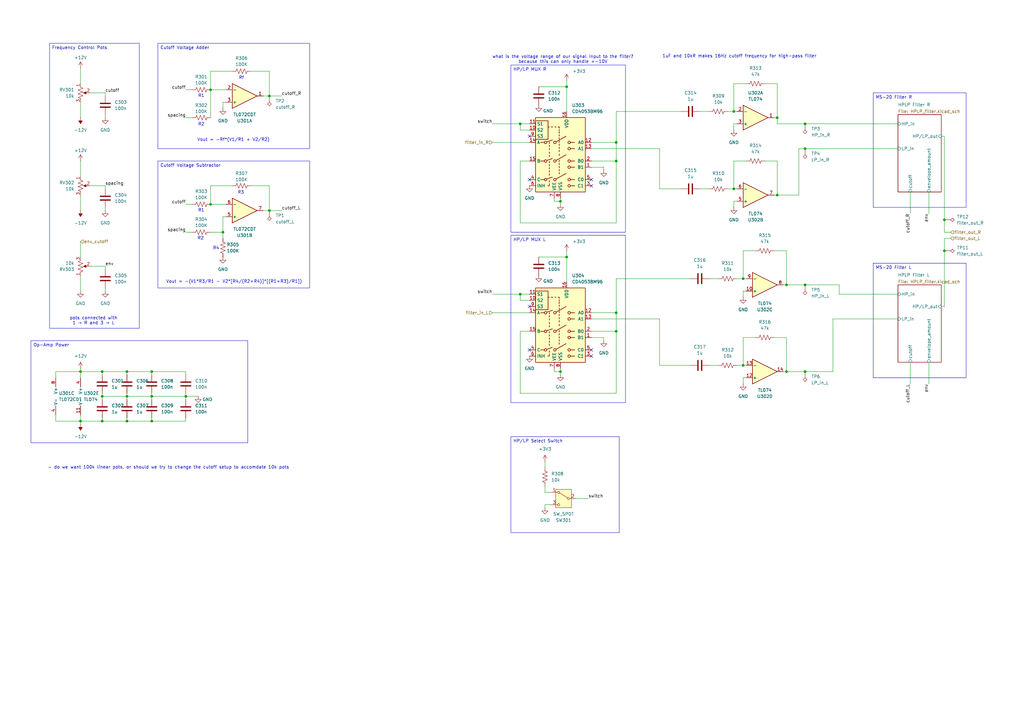
<source format=kicad_sch>
(kicad_sch (version 20250114) (generator "eeschema") (generator_version "9.0")
  (paper "A3")
  (lib_symbols
    (symbol "Amplifier_Operational:TL072" (pin_names (offset 0.127))
      (property "Reference" "U" (at 0 5.08 0))
      (property "Value" "TL072" (at 0 -5.08 0))
      (symbol "TL072_1_1"
        (pin input line (at -7.62 2.54 0) (length 2.54) (name "+") (number "3"))
        (pin input line (at -7.62 -2.54 0) (length 2.54) (name "-") (number "2"))
        (pin output line (at 7.62 0 180) (length 2.54) (name "~") (number "1"))
      )
      (symbol "TL072_2_1"
        (pin input line (at -7.62 2.54 0) (length 2.54) (name "+") (number "5"))
        (pin input line (at -7.62 -2.54 0) (length 2.54) (name "-") (number "6"))
        (pin output line (at 7.62 0 180) (length 2.54) (name "~") (number "7"))
      )
      (symbol "TL072_3_1"
        (pin power_in line (at -2.54 7.62 270) (length 3.81) (name "V+") (number "8"))
        (pin power_in line (at -2.54 -7.62 90) (length 3.81) (name "V-") (number "4"))
      )
    )
    (symbol "Amplifier_Operational:TL074" (pin_names (offset 0.127))
      (property "Reference" "U" (at 0 5.08 0))
      (property "Value" "TL074" (at 0 -5.08 0))
      (symbol "TL074_1_1"
        (pin input line (at -7.62 2.54 0) (length 2.54) (name "+") (number "3"))
        (pin input line (at -7.62 -2.54 0) (length 2.54) (name "-") (number "2"))
        (pin output line (at 7.62 0 180) (length 2.54) (name "~") (number "1"))
      )
      (symbol "TL074_2_1"
        (pin input line (at -7.62 2.54 0) (length 2.54) (name "+") (number "5"))
        (pin input line (at -7.62 -2.54 0) (length 2.54) (name "-") (number "6"))
        (pin output line (at 7.62 0 180) (length 2.54) (name "~") (number "7"))
      )
      (symbol "TL074_3_1"
        (pin input line (at -7.62 2.54 0) (length 2.54) (name "+") (number "10"))
        (pin input line (at -7.62 -2.54 0) (length 2.54) (name "-") (number "9"))
        (pin output line (at 7.62 0 180) (length 2.54) (name "~") (number "8"))
      )
      (symbol "TL074_4_1"
        (pin input line (at -7.62 2.54 0) (length 2.54) (name "+") (number "12"))
        (pin input line (at -7.62 -2.54 0) (length 2.54) (name "-") (number "13"))
        (pin output line (at 7.62 0 180) (length 2.54) (name "~") (number "14"))
      )
      (symbol "TL074_5_1"
        (pin power_in line (at -2.54 7.62 270) (length 3.81) (name "V+") (number "4"))
        (pin power_in line (at -2.54 -7.62 90) (length 3.81) (name "V-") (number "11"))
      )
    )
    (symbol "Analog_Switch:CD4053B"
      (property "Reference" "U" (at -10.16 16.51 0))
      (property "Value" "CD4053B" (at 3.81 16.51 0))
      (symbol "CD4053B_1_1"
        (pin input line (at -12.7 12.7 0) (length 2.54) (name "S1") (number "11"))
        (pin input line (at -12.7 10.16 0) (length 2.54) (name "S2") (number "10"))
        (pin input line (at -12.7 7.62 0) (length 2.54) (name "S3") (number "9"))
        (pin bidirectional line (at -12.7 5.08 0) (length 2.54) (name "A") (number "14"))
        (pin bidirectional line (at -12.7 -2.54 0) (length 2.54) (name "B") (number "15"))
        (pin bidirectional line (at -12.7 -10.16 0) (length 2.54) (name "C") (number "4"))
        (pin input line (at -12.7 -12.7 0) (length 2.54) (name "INH") (number "6"))
        (pin power_in line (at -2.54 -17.78 90) (length 2.54) (name "VEE") (number "7"))
        (pin power_in line (at 0 -17.78 90) (length 2.54) (name "VSS") (number "8"))
        (pin power_in line (at 2.54 17.78 270) (length 2.54) (name "VDD") (number "16"))
        (pin bidirectional line (at 12.7 5.08 180) (length 2.54) (name "A0") (number "12"))
        (pin bidirectional line (at 12.7 2.54 180) (length 2.54) (name "A1") (number "13"))
        (pin bidirectional line (at 12.7 -2.54 180) (length 2.54) (name "B0") (number "2"))
        (pin bidirectional line (at 12.7 -5.08 180) (length 2.54) (name "B1") (number "1"))
        (pin bidirectional line (at 12.7 -10.16 180) (length 2.54) (name "C0") (number "5"))
        (pin bidirectional line (at 12.7 -12.7 180) (length 2.54) (name "C1") (number "3"))
      )
    )
    (symbol "Connector:TestPoint_Alt" (pin_numbers (hide yes)) (pin_names (offset 0.762) (hide yes))
      (property "Reference" "TP" (at 0 6.858 0))
      (property "Value" "TestPoint_Alt" (at 0 5.08 0))
      (symbol "TestPoint_Alt_1_1"
        (pin passive line (at 0 0 90) (length 2.54) (name "1") (number "1"))
      )
    )
    (symbol "Device:C" (pin_numbers (hide yes)) (pin_names (offset 0.254))
      (property "Reference" "C" (at 0.635 2.54 0))
      (property "Value" "C" (at 0.635 -2.54 0))
      (symbol "C_1_1"
        (pin passive line (at 0 3.81 270) (length 2.794) (name "~") (number "1"))
        (pin passive line (at 0 -3.81 90) (length 2.794) (name "~") (number "2"))
      )
    )
    (symbol "Device:R_Potentiometer_US" (pin_names (offset 1.016) (hide yes))
      (property "Reference" "RV" (at -4.445 0 90))
      (property "Value" "R_Potentiometer_US" (at -2.54 0 90))
      (symbol "R_Potentiometer_US_1_1"
        (pin passive line (at 0 3.81 270) (length 1.27) (name "1") (number "1"))
        (pin passive line (at 0 -3.81 90) (length 1.27) (name "3") (number "3"))
        (pin passive line (at 3.81 0 180) (length 1.27) (name "2") (number "2"))
      )
    )
    (symbol "Device:R_US" (pin_numbers (hide yes)) (pin_names (offset 0))
      (property "Reference" "R" (at 2.54 0 90))
      (property "Value" "R_US" (at -2.54 0 90))
      (symbol "R_US_1_1"
        (pin passive line (at 0 3.81 270) (length 1.27) (name "~") (number "1"))
        (pin passive line (at 0 -3.81 90) (length 1.27) (name "~") (number "2"))
      )
    )
    (symbol "Switch:SW_SPDT" (pin_names (offset 0) (hide yes))
      (property "Reference" "SW" (at 0 5.08 0))
      (property "Value" "SW_SPDT" (at 0 -5.08 0))
      (symbol "SW_SPDT_1_1"
        (pin passive line (at -5.08 0 0) (length 2.54) (name "B") (number "2"))
        (pin passive line (at 5.08 2.54 180) (length 2.54) (name "A") (number "1"))
        (pin passive line (at 5.08 -2.54 180) (length 2.54) (name "C") (number "3"))
      )
    )
    (symbol "power:+12V" (power) (pin_numbers (hide yes)) (pin_names (offset 0) (hide yes))
      (property "Value" "+12V" (at 0 3.556 0))
      (symbol "+12V_1_1"
        (pin power_in line (at 0 0 90) (length 0) (name "~") (number "1"))
      )
    )
    (symbol "power:+3V3" (power) (pin_numbers (hide yes)) (pin_names (offset 0) (hide yes))
      (property "Value" "+3V3" (at 0 3.556 0))
      (symbol "+3V3_1_1"
        (pin power_in line (at 0 0 90) (length 0) (name "~") (number "1"))
      )
    )
    (symbol "power:-12V" (power) (pin_numbers (hide yes)) (pin_names (offset 0) (hide yes))
      (property "Value" "-12V" (at 0 3.556 0))
      (symbol "-12V_0_0"
        (pin power_in line (at 0 0 90) (length 0) (name "~") (number "1"))
      )
    )
    (symbol "power:GND" (power) (pin_numbers (hide yes)) (pin_names (offset 0) (hide yes))
      (property "Value" "GND" (at 0 -3.81 0))
      (symbol "GND_1_1"
        (pin power_in line (at 0 0 270) (length 0) (name "~") (number "1"))
      )
    )
  )
  (text "R1" (at 82.55 39.37 0) (effects (font (size 1.27 1.27))))
  (text "Vout = -Rf*(V1/R1 + V2/R2)" (at 95.758 57.404 0) (effects (font (size 1.27 1.27))))
  (text "what is the voltage range of our signal input to the filter?\nbecause this can only handle +-10V" (at 230.886 24.384 0) (effects (font (size 1.27 1.27))))
  (text "R1" (at 82.55 86.36 0) (effects (font (size 1.27 1.27))))
  (text "Rf" (at 99.06 32.004 0) (effects (font (size 1.27 1.27))))
  (text "R2" (at 82.55 51.054 0) (effects (font (size 1.27 1.27))))
  (text "1uF and 10kR makes 16Hz cutoff frequency for high-pass filter" (at 303.276 23.114 0) (effects (font (size 1.27 1.27))))
  (text "- do we want 100k linear pots, or should we try to change the cutoff setup to accomdate 10k pots" (at 19.558 191.77 0) (effects (font (size 1.27 1.27)) (justify left)))
  (text "R3" (at 98.806 78.994 0) (effects (font (size 1.27 1.27))))
  (text "R4" (at 88.646 101.854 0) (effects (font (size 1.27 1.27))))
  (text "R2" (at 82.296 97.79 0) (effects (font (size 1.27 1.27))))
  (text "Vout = -(V1*R3/R1 - V2*[R4/(R2+R4)]*[(R1+R3)/R1])" (at 96.012 115.57 0) (effects (font (size 1.27 1.27))))
  (text "pots connected with\n1 → R and 3 → L" (at 38.354 131.572 0) (effects (font (size 1.27 1.27))))
  (text_box "HP/LP MUX L" (at 209.55 96.52 0) (size 46.99 68.58) (margins 0.9525 0.9525 0.9525 0.9525) (effects (font (size 1.27 1.27)) (justify left top)))
  (text_box "MS-20 Filter R" (at 358.14 38.1 0) (size 38.1 46.99) (margins 0.9525 0.9525 0.9525 0.9525) (effects (font (size 1.27 1.27)) (justify left top)))
  (text_box "HP/LP MUX R" (at 209.55 26.67 0) (size 46.99 68.58) (margins 0.9525 0.9525 0.9525 0.9525) (effects (font (size 1.27 1.27)) (justify left top)))
  (text_box "Cutoff Voltage Subtractor" (at 64.77 66.04 0) (size 62.23 52.07) (margins 0.9525 0.9525 0.9525 0.9525) (effects (font (size 1.27 1.27)) (justify left top)))
  (text_box "Frequency Control Pots" (at 20.32 17.78 0) (size 36.83 116.84) (margins 0.9525 0.9525 0.9525 0.9525) (effects (font (size 1.27 1.27)) (justify left top)))
  (text_box "HP/LP Select Switch" (at 209.55 179.07 0) (size 44.45 39.37) (margins 0.9525 0.9525 0.9525 0.9525) (effects (font (size 1.27 1.27)) (justify left top)))
  (text_box "MS-20 Filter L" (at 358.14 107.95 0) (size 38.1 46.99) (margins 0.9525 0.9525 0.9525 0.9525) (effects (font (size 1.27 1.27)) (justify left top)))
  (text_box "Cutoff Voltage Adder" (at 64.77 17.78 0) (size 62.23 43.18) (margins 0.9525 0.9525 0.9525 0.9525) (effects (font (size 1.27 1.27)) (justify left top)))
  (text_box "Op-Amp Power" (at 12.7 139.7 0) (size 88.9 41.91) (margins 0.9525 0.9525 0.9525 0.9525) (effects (font (size 1.27 1.27)) (justify left top)))
  (junction (at 330.2 152.4))
  (junction (at 110.49 86.36))
  (junction (at 387.35 102.87))
  (junction (at 86.36 36.83))
  (junction (at 330.2 116.84))
  (junction (at 213.36 120.65))
  (junction (at 232.41 35.56))
  (junction (at 62.23 172.72))
  (junction (at 300.99 77.47))
  (junction (at 304.8 149.86))
  (junction (at 41.91 172.72))
  (junction (at 62.23 162.56))
  (junction (at 41.91 152.4))
  (junction (at 322.58 152.4))
  (junction (at 330.2 50.8))
  (junction (at 252.73 66.04))
  (junction (at 86.36 83.82))
  (junction (at 91.44 95.25))
  (junction (at 110.49 39.37))
  (junction (at 33.02 172.72))
  (junction (at 52.07 162.56))
  (junction (at 252.73 58.42))
  (junction (at 252.73 128.27))
  (junction (at 318.77 80.01))
  (junction (at 76.2 162.56))
  (junction (at 252.73 135.89))
  (junction (at 330.2 60.96))
  (junction (at 387.35 90.17))
  (junction (at 229.87 82.55))
  (junction (at 33.02 152.4))
  (junction (at 300.99 45.72))
  (junction (at 304.8 114.3))
  (junction (at 52.07 172.72))
  (junction (at 229.87 152.4))
  (junction (at 232.41 105.41))
  (junction (at 41.91 162.56))
  (junction (at 318.77 48.26))
  (junction (at 213.36 50.8))
  (junction (at 62.23 152.4))
  (junction (at 52.07 152.4))
  (junction (at 322.58 116.84))
  (no_connect (at 217.17 125.73))
  (no_connect (at 242.57 143.51))
  (no_connect (at 217.17 73.66))
  (no_connect (at 217.17 143.51))
  (no_connect (at 242.57 73.66))
  (no_connect (at 217.17 55.88))
  (no_connect (at 242.57 76.2))
  (no_connect (at 242.57 146.05))
  (wire (pts (xy 223.52 199.39) (xy 223.52 201.93)))
  (wire (pts (xy 223.52 208.28) (xy 223.52 207.01)))
  (wire (pts (xy 322.58 138.43) (xy 322.58 152.4)))
  (wire (pts (xy 62.23 162.56) (xy 62.23 163.83)))
  (wire (pts (xy 33.02 27.94) (xy 33.02 34.29)))
  (wire (pts (xy 91.44 88.9) (xy 91.44 95.25)))
  (wire (pts (xy 76.2 152.4) (xy 62.23 152.4)))
  (wire (pts (xy 41.91 152.4) (xy 52.07 152.4)))
  (wire (pts (xy 247.65 138.43) (xy 242.57 138.43)))
  (wire (pts (xy 43.18 38.1) (xy 36.83 38.1)))
  (wire (pts (xy 201.93 58.42) (xy 217.17 58.42)))
  (wire (pts (xy 317.5 48.26) (xy 318.77 48.26)))
  (wire (pts (xy 322.58 116.84) (xy 330.2 116.84)))
  (wire (pts (xy 322.58 152.4) (xy 330.2 152.4)))
  (wire (pts (xy 86.36 29.21) (xy 86.36 36.83)))
  (wire (pts (xy 102.87 29.21) (xy 110.49 29.21)))
  (wire (pts (xy 62.23 153.67) (xy 62.23 152.4)))
  (wire (pts (xy 252.73 128.27) (xy 252.73 135.89)))
  (wire (pts (xy 387.35 95.25) (xy 389.89 95.25)))
  (wire (pts (xy 300.99 82.55) (xy 300.99 85.09)))
  (wire (pts (xy 252.73 45.72) (xy 279.4 45.72)))
  (wire (pts (xy 252.73 45.72) (xy 252.73 58.42)))
  (wire (pts (xy 227.33 82.55) (xy 229.87 82.55)))
  (wire (pts (xy 327.66 60.96) (xy 330.2 60.96)))
  (wire (pts (xy 213.36 135.89) (xy 213.36 161.29)))
  (wire (pts (xy 252.73 114.3) (xy 283.21 114.3)))
  (wire (pts (xy 322.58 102.87) (xy 322.58 116.84)))
  (wire (pts (xy 43.18 119.38) (xy 43.18 118.11)))
  (wire (pts (xy 41.91 162.56) (xy 52.07 162.56)))
  (wire (pts (xy 229.87 82.55) (xy 229.87 83.82)))
  (wire (pts (xy 373.38 148.59) (xy 373.38 157.48)))
  (wire (pts (xy 43.18 76.2) (xy 43.18 77.47)))
  (wire (pts (xy 304.8 114.3) (xy 306.07 114.3)))
  (wire (pts (xy 43.18 109.22) (xy 36.83 109.22)))
  (wire (pts (xy 304.8 102.87) (xy 309.88 102.87)))
  (wire (pts (xy 302.26 149.86) (xy 304.8 149.86)))
  (wire (pts (xy 217.17 66.04) (xy 213.36 66.04)))
  (wire (pts (xy 86.36 36.83) (xy 86.36 48.26)))
  (wire (pts (xy 201.93 128.27) (xy 217.17 128.27)))
  (wire (pts (xy 304.8 149.86) (xy 304.8 138.43)))
  (wire (pts (xy 76.2 172.72) (xy 76.2 171.45)))
  (wire (pts (xy 110.49 39.37) (xy 107.95 39.37)))
  (wire (pts (xy 41.91 153.67) (xy 41.91 152.4)))
  (wire (pts (xy 95.25 76.2) (xy 86.36 76.2)))
  (wire (pts (xy 41.91 162.56) (xy 41.91 163.83)))
  (wire (pts (xy 76.2 153.67) (xy 76.2 152.4)))
  (wire (pts (xy 313.69 66.04) (xy 318.77 66.04)))
  (wire (pts (xy 62.23 162.56) (xy 76.2 162.56)))
  (wire (pts (xy 22.86 170.18) (xy 22.86 172.72)))
  (wire (pts (xy 387.35 125.73) (xy 386.08 125.73)))
  (wire (pts (xy 330.2 152.4) (xy 341.63 152.4)))
  (wire (pts (xy 86.36 95.25) (xy 91.44 95.25)))
  (wire (pts (xy 217.17 53.34) (xy 213.36 53.34)))
  (wire (pts (xy 313.69 34.29) (xy 318.77 34.29)))
  (wire (pts (xy 318.77 80.01) (xy 327.66 80.01)))
  (wire (pts (xy 33.02 151.13) (xy 33.02 152.4)))
  (wire (pts (xy 76.2 48.26) (xy 78.74 48.26)))
  (wire (pts (xy 223.52 207.01) (xy 226.06 207.01)))
  (wire (pts (xy 201.93 120.65) (xy 213.36 120.65)))
  (wire (pts (xy 300.99 77.47) (xy 300.99 66.04)))
  (wire (pts (xy 76.2 162.56) (xy 81.28 162.56)))
  (wire (pts (xy 373.38 78.74) (xy 373.38 87.63)))
  (wire (pts (xy 252.73 58.42) (xy 252.73 66.04)))
  (wire (pts (xy 52.07 152.4) (xy 62.23 152.4)))
  (wire (pts (xy 270.51 130.81) (xy 270.51 149.86)))
  (wire (pts (xy 213.36 50.8) (xy 217.17 50.8)))
  (wire (pts (xy 252.73 91.44) (xy 252.73 66.04)))
  (wire (pts (xy 43.18 76.2) (xy 36.83 76.2)))
  (wire (pts (xy 33.02 66.04) (xy 33.02 72.39)))
  (wire (pts (xy 247.65 139.7) (xy 247.65 138.43)))
  (wire (pts (xy 223.52 201.93) (xy 226.06 201.93)))
  (wire (pts (xy 86.36 36.83) (xy 92.71 36.83)))
  (wire (pts (xy 86.36 76.2) (xy 86.36 83.82)))
  (wire (pts (xy 22.86 152.4) (xy 33.02 152.4)))
  (wire (pts (xy 213.36 66.04) (xy 213.36 91.44)))
  (wire (pts (xy 22.86 172.72) (xy 33.02 172.72)))
  (wire (pts (xy 52.07 162.56) (xy 62.23 162.56)))
  (wire (pts (xy 290.83 149.86) (xy 294.64 149.86)))
  (wire (pts (xy 232.41 102.87) (xy 232.41 105.41)))
  (wire (pts (xy 298.45 77.47) (xy 300.99 77.47)))
  (wire (pts (xy 43.18 110.49) (xy 43.18 109.22)))
  (wire (pts (xy 387.35 97.79) (xy 387.35 102.87)))
  (wire (pts (xy 213.36 123.19) (xy 213.36 120.65)))
  (wire (pts (xy 41.91 161.29) (xy 41.91 162.56)))
  (wire (pts (xy 242.57 130.81) (xy 270.51 130.81)))
  (wire (pts (xy 91.44 44.45) (xy 91.44 41.91)))
  (wire (pts (xy 229.87 151.13) (xy 229.87 152.4)))
  (wire (pts (xy 52.07 153.67) (xy 52.07 152.4)))
  (wire (pts (xy 304.8 138.43) (xy 309.88 138.43)))
  (wire (pts (xy 330.2 50.8) (xy 368.3 50.8)))
  (wire (pts (xy 318.77 34.29) (xy 318.77 48.26)))
  (wire (pts (xy 91.44 41.91) (xy 92.71 41.91)))
  (wire (pts (xy 229.87 152.4) (xy 229.87 153.67)))
  (wire (pts (xy 52.07 162.56) (xy 52.07 163.83)))
  (wire (pts (xy 22.86 152.4) (xy 22.86 154.94)))
  (wire (pts (xy 232.41 35.56) (xy 232.41 45.72)))
  (wire (pts (xy 247.65 69.85) (xy 247.65 68.58)))
  (wire (pts (xy 304.8 119.38) (xy 304.8 121.92)))
  (wire (pts (xy 232.41 105.41) (xy 232.41 115.57)))
  (wire (pts (xy 317.5 102.87) (xy 322.58 102.87)))
  (wire (pts (xy 300.99 34.29) (xy 306.07 34.29)))
  (wire (pts (xy 229.87 81.28) (xy 229.87 82.55)))
  (wire (pts (xy 381 148.59) (xy 381 157.48)))
  (wire (pts (xy 242.57 58.42) (xy 252.73 58.42)))
  (wire (pts (xy 91.44 95.25) (xy 91.44 97.79)))
  (wire (pts (xy 302.26 114.3) (xy 304.8 114.3)))
  (wire (pts (xy 300.99 66.04) (xy 306.07 66.04)))
  (wire (pts (xy 220.98 35.56) (xy 232.41 35.56)))
  (wire (pts (xy 33.02 41.91) (xy 33.02 48.26)))
  (wire (pts (xy 217.17 123.19) (xy 213.36 123.19)))
  (wire (pts (xy 330.2 116.84) (xy 344.17 116.84)))
  (wire (pts (xy 298.45 45.72) (xy 300.99 45.72)))
  (wire (pts (xy 110.49 76.2) (xy 110.49 86.36)))
  (wire (pts (xy 330.2 60.96) (xy 368.3 60.96)))
  (wire (pts (xy 321.31 152.4) (xy 322.58 152.4)))
  (wire (pts (xy 387.35 55.88) (xy 386.08 55.88)))
  (wire (pts (xy 33.02 172.72) (xy 33.02 170.18)))
  (wire (pts (xy 217.17 135.89) (xy 213.36 135.89)))
  (wire (pts (xy 341.63 152.4) (xy 341.63 130.81)))
  (wire (pts (xy 304.8 114.3) (xy 304.8 102.87)))
  (wire (pts (xy 236.22 204.47) (xy 241.3 204.47)))
  (wire (pts (xy 102.87 76.2) (xy 110.49 76.2)))
  (wire (pts (xy 41.91 171.45) (xy 41.91 172.72)))
  (wire (pts (xy 270.51 77.47) (xy 279.4 77.47)))
  (wire (pts (xy 62.23 161.29) (xy 62.23 162.56)))
  (wire (pts (xy 387.35 102.87) (xy 387.35 125.73)))
  (wire (pts (xy 300.99 45.72) (xy 302.26 45.72)))
  (wire (pts (xy 247.65 68.58) (xy 242.57 68.58)))
  (wire (pts (xy 33.02 152.4) (xy 33.02 154.94)))
  (wire (pts (xy 304.8 149.86) (xy 306.07 149.86)))
  (wire (pts (xy 76.2 162.56) (xy 76.2 163.83)))
  (wire (pts (xy 381 78.74) (xy 381 87.63)))
  (wire (pts (xy 43.18 86.36) (xy 43.18 85.09)))
  (wire (pts (xy 270.51 149.86) (xy 283.21 149.86)))
  (wire (pts (xy 52.07 161.29) (xy 52.07 162.56)))
  (wire (pts (xy 223.52 189.23) (xy 223.52 191.77)))
  (wire (pts (xy 300.99 77.47) (xy 302.26 77.47)))
  (wire (pts (xy 344.17 116.84) (xy 344.17 120.65)))
  (wire (pts (xy 387.35 95.25) (xy 387.35 90.17)))
  (wire (pts (xy 62.23 172.72) (xy 76.2 172.72)))
  (wire (pts (xy 227.33 81.28) (xy 227.33 82.55)))
  (wire (pts (xy 287.02 45.72) (xy 290.83 45.72)))
  (wire (pts (xy 33.02 99.06) (xy 33.02 105.41)))
  (wire (pts (xy 306.07 154.94) (xy 304.8 154.94)))
  (wire (pts (xy 341.63 130.81) (xy 368.3 130.81)))
  (wire (pts (xy 290.83 114.3) (xy 294.64 114.3)))
  (wire (pts (xy 52.07 172.72) (xy 62.23 172.72)))
  (wire (pts (xy 91.44 88.9) (xy 92.71 88.9)))
  (wire (pts (xy 43.18 39.37) (xy 43.18 38.1)))
  (wire (pts (xy 110.49 39.37) (xy 115.57 39.37)))
  (wire (pts (xy 318.77 48.26) (xy 318.77 50.8)))
  (wire (pts (xy 41.91 172.72) (xy 52.07 172.72)))
  (wire (pts (xy 95.25 29.21) (xy 86.36 29.21)))
  (wire (pts (xy 242.57 128.27) (xy 252.73 128.27)))
  (wire (pts (xy 110.49 86.36) (xy 107.95 86.36)))
  (wire (pts (xy 302.26 82.55) (xy 300.99 82.55)))
  (wire (pts (xy 52.07 171.45) (xy 52.07 172.72)))
  (wire (pts (xy 317.5 80.01) (xy 318.77 80.01)))
  (wire (pts (xy 300.99 50.8) (xy 300.99 53.34)))
  (wire (pts (xy 344.17 120.65) (xy 368.3 120.65)))
  (wire (pts (xy 227.33 151.13) (xy 227.33 152.4)))
  (wire (pts (xy 232.41 33.02) (xy 232.41 35.56)))
  (wire (pts (xy 287.02 77.47) (xy 290.83 77.47)))
  (wire (pts (xy 33.02 152.4) (xy 41.91 152.4)))
  (wire (pts (xy 213.36 120.65) (xy 217.17 120.65)))
  (wire (pts (xy 270.51 60.96) (xy 270.51 77.47)))
  (wire (pts (xy 110.49 29.21) (xy 110.49 39.37)))
  (wire (pts (xy 252.73 128.27) (xy 252.73 114.3)))
  (wire (pts (xy 33.02 80.01) (xy 33.02 86.36)))
  (wire (pts (xy 387.35 97.79) (xy 389.89 97.79)))
  (wire (pts (xy 33.02 173.99) (xy 33.02 172.72)))
  (wire (pts (xy 86.36 83.82) (xy 92.71 83.82)))
  (wire (pts (xy 201.93 50.8) (xy 213.36 50.8)))
  (wire (pts (xy 227.33 152.4) (xy 229.87 152.4)))
  (wire (pts (xy 252.73 161.29) (xy 252.73 135.89)))
  (wire (pts (xy 304.8 154.94) (xy 304.8 157.48)))
  (wire (pts (xy 33.02 113.03) (xy 33.02 119.38)))
  (wire (pts (xy 110.49 86.36) (xy 115.57 86.36)))
  (wire (pts (xy 213.36 53.34) (xy 213.36 50.8)))
  (wire (pts (xy 318.77 50.8) (xy 330.2 50.8)))
  (wire (pts (xy 76.2 36.83) (xy 78.74 36.83)))
  (wire (pts (xy 242.57 60.96) (xy 270.51 60.96)))
  (wire (pts (xy 318.77 66.04) (xy 318.77 80.01)))
  (wire (pts (xy 62.23 172.72) (xy 62.23 171.45)))
  (wire (pts (xy 321.31 116.84) (xy 322.58 116.84)))
  (wire (pts (xy 302.26 50.8) (xy 300.99 50.8)))
  (wire (pts (xy 213.36 161.29) (xy 252.73 161.29)))
  (wire (pts (xy 317.5 138.43) (xy 322.58 138.43)))
  (wire (pts (xy 300.99 45.72) (xy 300.99 34.29)))
  (wire (pts (xy 213.36 91.44) (xy 252.73 91.44)))
  (wire (pts (xy 76.2 95.25) (xy 78.74 95.25)))
  (wire (pts (xy 76.2 161.29) (xy 76.2 162.56)))
  (wire (pts (xy 43.18 48.26) (xy 43.18 46.99)))
  (wire (pts (xy 242.57 135.89) (xy 252.73 135.89)))
  (wire (pts (xy 242.57 66.04) (xy 252.73 66.04)))
  (wire (pts (xy 387.35 55.88) (xy 387.35 90.17)))
  (wire (pts (xy 76.2 83.82) (xy 78.74 83.82)))
  (wire (pts (xy 220.98 105.41) (xy 232.41 105.41)))
  (wire (pts (xy 306.07 119.38) (xy 304.8 119.38)))
  (wire (pts (xy 33.02 172.72) (xy 41.91 172.72)))
  (wire (pts (xy 327.66 80.01) (xy 327.66 60.96)))
  (label "switch" (at 201.93 50.8 180))
  (label "env" (at 381 87.63 270))
  (label "cutoff_L" (at 373.38 157.48 270))
  (label "spacing" (at 43.18 76.2 0))
  (label "cutoff_L" (at 115.57 86.36 0))
  (label "cutoff_R" (at 373.38 87.63 270))
  (label "cutoff" (at 76.2 83.82 180))
  (label "switch" (at 241.3 204.47 0))
  (label "env" (at 381 157.48 270))
  (label "spacing" (at 76.2 95.25 180))
  (label "cutoff_R" (at 115.57 39.37 0))
  (label "spacing" (at 76.2 48.26 180))
  (label "cutoff" (at 43.18 38.1 0))
  (label "cutoff" (at 76.2 36.83 180))
  (label "env" (at 43.18 109.22 0))
  (label "switch" (at 201.93 120.65 180))
  (hierarchical_label "filter_out_R" (shape input) (at 389.89 95.25 0))
  (hierarchical_label "filter_in_R" (shape input) (at 201.93 58.42 180))
  (hierarchical_label "env_cutoff" (shape input) (at 33.02 99.06 0))
  (hierarchical_label "filter_in_L" (shape input) (at 201.93 128.27 180))
  (hierarchical_label "filter_out_L" (shape input) (at 389.89 97.79 0))
  (symbol (lib_id "power:-12V") (at 33.02 48.26 180) (unit 1)
    (property "Reference" "#PWR0302" (effects (hide yes)))
    (property "Value" "-12V" (at 33.02 53.34 0))
    (property "Description" "Power symbol creates a global label with name \"-12V\"" (effects (hide yes)))
  )
  (symbol (lib_id "power:+12V") (at 33.02 151.13 0) (unit 1)
    (property "Reference" "#PWR0306" (effects (hide yes)))
    (property "Value" "+12V" (at 33.02 146.05 0))
    (property "Description" "Power symbol creates a global label with name \"+12V\"" (effects (hide yes)))
  )
  (symbol (lib_id "power:GND") (at 223.52 208.28 0) (unit 1)
    (property "Reference" "#PWR0319" (effects (hide yes)))
    (property "Value" "GND" (at 223.52 213.36 0))
    (property "Description" "Power symbol creates a global label with name \"GND\" , ground" (effects (hide yes)))
  )
  (symbol (lib_id "Device:C") (at 52.07 157.48 0) (unit 1)
    (property "Reference" "C306" (at 55.88 156.2099 0) (effects (justify left)))
    (property "Value" "1u" (at 55.88 158.7499 0) (effects (justify left)))
    (property "Footprint" "Capacitor_SMD:C_0805_2012Metric" (effects (hide yes)))
    (property "Description" "Unpolarized capacitor" (effects (hide yes)))
  )
  (symbol (lib_id "power:GND") (at 304.8 157.48 0) (unit 1)
    (property "Reference" "#PWR0329" (effects (hide yes)))
    (property "Value" "GND" (at 304.8 162.56 0))
    (property "Description" "Power symbol creates a global label with name \"GND\" , ground" (effects (hide yes)))
  )
  (symbol (lib_id "Device:C") (at 43.18 81.28 0) (unit 1)
    (property "Reference" "C304" (at 46.99 80.0099 0) (effects (justify left)))
    (property "Value" "100n" (at 46.99 82.5499 0) (effects (justify left)))
    (property "Footprint" "Capacitor_SMD:C_0805_2012Metric" (effects (hide yes)))
    (property "Description" "Unpolarized capacitor" (effects (hide yes)))
  )
  (symbol (lib_id "Amplifier_Operational:TL074") (at 313.69 152.4 0) (mirror x) (unit 4)
    (property "Reference" "U302" (at 313.69 162.56 0))
    (property "Value" "TL074" (at 313.69 160.02 0))
    (property "Footprint" "Package_SO:SOIC-14_3.9x8.7mm_P1.27mm" (effects (hide yes)))
    (property "Datasheet" "http://www.ti.com/lit/ds/symlink/tl071.pdf" (effects (hide yes)))
    (property "Description" "Quad Low-Noise JFET-Input Operational Amplifiers, DIP-14/SOIC-14" (effects (hide yes)))
  )
  (symbol (lib_id "power:GND") (at 33.02 119.38 0) (unit 1)
    (property "Reference" "#PWR0305" (effects (hide yes)))
    (property "Value" "GND" (at 33.02 124.46 0))
    (property "Description" "Power symbol creates a global label with name \"GND\" , ground" (effects (hide yes)))
  )
  (symbol (lib_id "Amplifier_Operational:TL074") (at 313.69 116.84 0) (mirror x) (unit 3)
    (property "Reference" "U302" (at 313.69 127 0))
    (property "Value" "TL074" (at 313.69 124.46 0))
    (property "Footprint" "Package_SO:SOIC-14_3.9x8.7mm_P1.27mm" (effects (hide yes)))
    (property "Datasheet" "http://www.ti.com/lit/ds/symlink/tl071.pdf" (effects (hide yes)))
    (property "Description" "Quad Low-Noise JFET-Input Operational Amplifiers, DIP-14/SOIC-14" (effects (hide yes)))
  )
  (symbol (lib_id "Device:C") (at 76.2 167.64 0) (unit 1)
    (property "Reference" "C311" (at 80.01 166.3699 0) (effects (justify left)))
    (property "Value" "100n" (at 80.01 168.9099 0) (effects (justify left)))
    (property "Footprint" "Capacitor_SMD:C_0805_2012Metric" (effects (hide yes)))
    (property "Description" "Unpolarized capacitor" (effects (hide yes)))
  )
  (symbol (lib_id "power:GND") (at 229.87 83.82 0) (unit 1)
    (property "Reference" "#PWR0320" (effects (hide yes)))
    (property "Value" "GND" (at 229.87 88.9 0))
    (property "Description" "Power symbol creates a global label with name \"GND\" , ground" (effects (hide yes)))
  )
  (symbol (lib_id "Device:R_US") (at 82.55 36.83 270) (unit 1)
    (property "Reference" "R301" (at 82.55 31.496 90))
    (property "Value" "100K" (at 82.55 34.036 90))
    (property "Footprint" "Resistor_SMD:R_0805_2012Metric" (effects (hide yes)))
    (property "Description" "Resistor, US symbol" (effects (hide yes)))
  )
  (symbol (lib_id "power:GND") (at 220.98 113.03 0) (unit 1)
    (property "Reference" "#PWR0317" (effects (hide yes)))
    (property "Value" "GND" (at 224.79 115.316 0))
    (property "Description" "Power symbol creates a global label with name \"GND\" , ground" (effects (hide yes)))
  )
  (symbol (lib_id "power:GND") (at 43.18 86.36 0) (unit 1)
    (property "Reference" "#PWR0309" (effects (hide yes)))
    (property "Value" "GND" (at 43.18 91.44 0))
    (property "Description" "Power symbol creates a global label with name \"GND\" , ground" (effects (hide yes)))
  )
  (symbol (lib_id "power:GND") (at 217.17 146.05 0) (unit 1)
    (property "Reference" "#PWR0315" (effects (hide yes)))
    (property "Value" "GND" (at 217.17 151.13 0))
    (property "Description" "Power symbol creates a global label with name \"GND\" , ground" (effects (hide yes)))
  )
  (symbol (lib_id "Device:R_US") (at 99.06 76.2 270) (unit 1)
    (property "Reference" "R307" (at 99.06 71.12 90))
    (property "Value" "100K" (at 99.06 73.66 90))
    (property "Footprint" "Resistor_SMD:R_0805_2012Metric" (effects (hide yes)))
    (property "Description" "Resistor, US symbol" (effects (hide yes)))
  )
  (symbol (lib_id "Connector:TestPoint_Alt") (at 330.2 60.96 180) (unit 1)
    (property "Reference" "TP4" (at 332.74 62.9919 0) (effects (justify right)))
    (property "Value" "LP_in_R" (at 332.74 65.5319 0) (effects (justify right)))
    (property "Footprint" "TestPoint:TestPoint_Pad_D1.0mm" (effects (hide yes)))
    (property "Description" "test point (alternative shape)" (effects (hide yes)))
  )
  (symbol (lib_id "Device:R_Potentiometer_US") (at 33.02 76.2 0) (unit 1)
    (property "Reference" "RV302" (at 30.48 74.9299 0) (effects (justify right)))
    (property "Value" "10k" (at 30.48 77.4699 0) (effects (justify right)))
    (property "Footprint" "Potentiometer_THT:Potentiometer_Alpha_RD901F-40-00D_Single_Vertical" (effects (hide yes)))
    (property "Description" "Potentiometer, US symbol" (effects (hide yes)))
  )
  (symbol (lib_id "Device:C") (at 43.18 114.3 0) (unit 1)
    (property "Reference" "C305" (at 46.99 113.0299 0) (effects (justify left)))
    (property "Value" "100n" (at 46.99 115.5699 0) (effects (justify left)))
    (property "Footprint" "Capacitor_SMD:C_0805_2012Metric" (effects (hide yes)))
    (property "Description" "Unpolarized capacitor" (effects (hide yes)))
  )
  (symbol (lib_id "Device:C") (at 220.98 109.22 0) (unit 1)
    (property "Reference" "C313" (at 224.79 107.9499 0) (effects (justify left)))
    (property "Value" "100n" (at 224.79 110.4899 0) (effects (justify left)))
    (property "Footprint" "Capacitor_SMD:C_0805_2012Metric" (effects (hide yes)))
    (property "Description" "Unpolarized capacitor" (effects (hide yes)))
  )
  (symbol (lib_id "power:GND") (at 81.28 162.56 0) (unit 1)
    (property "Reference" "#PWR0311" (effects (hide yes)))
    (property "Value" "GND" (at 85.09 163.83 0))
    (property "Description" "Power symbol creates a global label with name \"GND\" , ground" (effects (hide yes)))
  )
  (symbol (lib_id "Device:R_US") (at 82.55 48.26 270) (unit 1)
    (property "Reference" "R302" (at 82.55 43.18 90))
    (property "Value" "100K" (at 82.55 45.72 90))
    (property "Footprint" "Resistor_SMD:R_0805_2012Metric" (effects (hide yes)))
    (property "Description" "Resistor, US symbol" (effects (hide yes)))
  )
  (symbol (lib_id "power:GND") (at 247.65 139.7 0) (unit 1)
    (property "Reference" "#PWR0325" (effects (hide yes)))
    (property "Value" "GND" (at 247.65 144.78 0))
    (property "Description" "Power symbol creates a global label with name \"GND\" , ground" (effects (hide yes)))
  )
  (symbol (lib_id "Device:C") (at 52.07 167.64 0) (unit 1)
    (property "Reference" "C307" (at 55.88 166.3699 0) (effects (justify left)))
    (property "Value" "1u" (at 55.88 168.9099 0) (effects (justify left)))
    (property "Footprint" "Capacitor_SMD:C_0805_2012Metric" (effects (hide yes)))
    (property "Description" "Unpolarized capacitor" (effects (hide yes)))
  )
  (symbol (lib_id "power:GND") (at 43.18 119.38 0) (unit 1)
    (property "Reference" "#PWR0310" (effects (hide yes)))
    (property "Value" "GND" (at 43.18 124.46 0))
    (property "Description" "Power symbol creates a global label with name \"GND\" , ground" (effects (hide yes)))
  )
  (symbol (lib_id "Amplifier_Operational:TL074") (at 309.88 48.26 0) (mirror x) (unit 1)
    (property "Reference" "U302" (at 309.88 38.1 0))
    (property "Value" "TL074" (at 309.88 40.64 0))
    (property "Footprint" "Package_SO:SOIC-14_3.9x8.7mm_P1.27mm" (effects (hide yes)))
    (property "Datasheet" "http://www.ti.com/lit/ds/symlink/tl071.pdf" (effects (hide yes)))
    (property "Description" "Quad Low-Noise JFET-Input Operational Amplifiers, DIP-14/SOIC-14" (effects (hide yes)))
  )
  (symbol (lib_id "Amplifier_Operational:TL074") (at 309.88 80.01 0) (mirror x) (unit 2)
    (property "Reference" "U302" (at 309.88 90.17 0))
    (property "Value" "TL074" (at 309.88 87.63 0))
    (property "Footprint" "Package_SO:SOIC-14_3.9x8.7mm_P1.27mm" (effects (hide yes)))
    (property "Datasheet" "http://www.ti.com/lit/ds/symlink/tl071.pdf" (effects (hide yes)))
    (property "Description" "Quad Low-Noise JFET-Input Operational Amplifiers, DIP-14/SOIC-14" (effects (hide yes)))
  )
  (symbol (lib_id "Device:C") (at 76.2 157.48 0) (unit 1)
    (property "Reference" "C310" (at 80.01 156.2099 0) (effects (justify left)))
    (property "Value" "100n" (at 80.01 158.7499 0) (effects (justify left)))
    (property "Footprint" "Capacitor_SMD:C_0805_2012Metric" (effects (hide yes)))
    (property "Description" "Unpolarized capacitor" (effects (hide yes)))
  )
  (symbol (lib_id "power:GND") (at 229.87 153.67 0) (unit 1)
    (property "Reference" "#PWR0321" (effects (hide yes)))
    (property "Value" "GND" (at 229.87 158.75 0))
    (property "Description" "Power symbol creates a global label with name \"GND\" , ground" (effects (hide yes)))
  )
  (symbol (lib_id "Connector:TestPoint_Alt") (at 387.35 102.87 270) (unit 1)
    (property "Reference" "TP11" (at 392.43 101.5999 90) (effects (justify left)))
    (property "Value" "filter_out_L" (at 392.43 104.1399 90) (effects (justify left)))
    (property "Footprint" "TestPoint:TestPoint_Pad_D1.0mm" (effects (hide yes)))
    (property "Description" "test point (alternative shape)" (effects (hide yes)))
  )
  (symbol (lib_id "power:+3V3") (at 223.52 189.23 0) (unit 1)
    (property "Reference" "#PWR0318" (effects (hide yes)))
    (property "Value" "+3V3" (at 223.52 184.15 0))
    (property "Description" "Power symbol creates a global label with name \"+3V3\"" (effects (hide yes)))
  )
  (symbol (lib_id "power:GND") (at 43.18 48.26 0) (unit 1)
    (property "Reference" "#PWR0308" (effects (hide yes)))
    (property "Value" "GND" (at 43.18 53.34 0))
    (property "Description" "Power symbol creates a global label with name \"GND\" , ground" (effects (hide yes)))
  )
  (symbol (lib_id "Amplifier_Operational:TL072") (at 100.33 86.36 0) (mirror x) (unit 2)
    (property "Reference" "U301" (at 100.33 96.52 0))
    (property "Value" "TL072CDT" (at 100.33 93.98 0))
    (property "Footprint" "Package_SO:SO-8_3.9x4.9mm_P1.27mm" (effects (hide yes)))
    (property "Datasheet" "http://www.ti.com/lit/ds/symlink/tl071.pdf" (effects (hide yes)))
    (property "Description" "Dual Low-Noise JFET-Input Operational Amplifiers, DIP-8/SOIC-8" (effects (hide yes)))
  )
  (symbol (lib_id "Device:R_US") (at 294.64 45.72 90) (unit 1)
    (property "Reference" "R309" (at 294.64 39.37 90))
    (property "Value" "10k" (at 294.64 41.91 90))
    (property "Footprint" "Resistor_SMD:R_0805_2012Metric" (effects (hide yes)))
    (property "Description" "Resistor, US symbol" (effects (hide yes)))
  )
  (symbol (lib_id "Device:R_US") (at 298.45 149.86 90) (unit 1)
    (property "Reference" "R312" (at 298.45 143.51 90))
    (property "Value" "10k" (at 298.45 146.05 90))
    (property "Footprint" "Resistor_SMD:R_0805_2012Metric" (effects (hide yes)))
    (property "Description" "Resistor, US symbol" (effects (hide yes)))
  )
  (symbol (lib_id "Device:R_US") (at 91.44 101.6 0) (unit 1)
    (property "Reference" "R305" (at 92.964 100.33 0) (effects (justify left)))
    (property "Value" "100K" (at 92.964 102.87 0) (effects (justify left)))
    (property "Footprint" "Resistor_SMD:R_0805_2012Metric" (effects (hide yes)))
    (property "Description" "Resistor, US symbol" (effects (hide yes)))
  )
  (symbol (lib_id "Amplifier_Operational:TL074") (at 35.56 162.56 0) (unit 5)
    (property "Reference" "U302" (at 34.29 161.2899 0) (effects (justify left)))
    (property "Value" "TL074" (at 34.29 163.8299 0) (effects (justify left)))
    (property "Footprint" "Package_SO:SOIC-14_3.9x8.7mm_P1.27mm" (effects (hide yes)))
    (property "Datasheet" "http://www.ti.com/lit/ds/symlink/tl071.pdf" (effects (hide yes)))
    (property "Description" "Quad Low-Noise JFET-Input Operational Amplifiers, DIP-14/SOIC-14" (effects (hide yes)))
  )
  (symbol (lib_id "Device:R_US") (at 294.64 77.47 90) (unit 1)
    (property "Reference" "R310" (at 294.64 71.12 90))
    (property "Value" "10k" (at 294.64 73.66 90))
    (property "Footprint" "Resistor_SMD:R_0805_2012Metric" (effects (hide yes)))
    (property "Description" "Resistor, US symbol" (effects (hide yes)))
  )
  (symbol (lib_id "Device:C") (at 283.21 45.72 90) (unit 1)
    (property "Reference" "C314" (at 283.21 38.1 90))
    (property "Value" "1u" (at 283.21 40.64 90))
    (property "Footprint" "Capacitor_SMD:C_0805_2012Metric" (effects (hide yes)))
    (property "Description" "Unpolarized capacitor" (effects (hide yes)))
  )
  (symbol (lib_id "power:+3V3") (at 232.41 102.87 0) (unit 1)
    (property "Reference" "#PWR0323" (effects (hide yes)))
    (property "Value" "+3V3" (at 237.49 99.06 0))
    (property "Description" "Power symbol creates a global label with name \"+3V3\"" (effects (hide yes)))
  )
  (symbol (lib_id "power:GND") (at 220.98 43.18 0) (unit 1)
    (property "Reference" "#PWR0316" (effects (hide yes)))
    (property "Value" "GND" (at 224.79 45.466 0))
    (property "Description" "Power symbol creates a global label with name \"GND\" , ground" (effects (hide yes)))
  )
  (symbol (lib_id "Connector:TestPoint_Alt") (at 110.49 86.36 180) (unit 1)
    (property "Reference" "TP1" (at 113.03 88.3919 0) (effects (justify right)))
    (property "Value" "cutoff_L" (at 113.03 90.9319 0) (effects (justify right)))
    (property "Footprint" "TestPoint:TestPoint_Pad_D1.0mm" (effects (hide yes)))
    (property "Description" "test point (alternative shape)" (effects (hide yes)))
  )
  (symbol (lib_id "Device:R_US") (at 82.55 95.25 270) (unit 1)
    (property "Reference" "R304" (at 82.55 89.916 90))
    (property "Value" "100K" (at 82.55 92.456 90))
    (property "Footprint" "Resistor_SMD:R_0805_2012Metric" (effects (hide yes)))
    (property "Description" "Resistor, US symbol" (effects (hide yes)))
  )
  (symbol (lib_id "Device:C") (at 287.02 114.3 90) (unit 1)
    (property "Reference" "C316" (at 287.02 106.68 90))
    (property "Value" "1u" (at 287.02 109.22 90))
    (property "Footprint" "Capacitor_SMD:C_0805_2012Metric" (effects (hide yes)))
    (property "Description" "Unpolarized capacitor" (effects (hide yes)))
  )
  (symbol (lib_id "Device:R_US") (at 223.52 195.58 0) (unit 1)
    (property "Reference" "R308" (at 226.06 194.3099 0) (effects (justify left)))
    (property "Value" "10k" (at 226.06 196.8499 0) (effects (justify left)))
    (property "Footprint" "Resistor_SMD:R_0805_2012Metric" (effects (hide yes)))
    (property "Description" "Resistor, US symbol" (effects (hide yes)))
  )
  (symbol (lib_id "Device:R_US") (at 309.88 34.29 90) (unit 1)
    (property "Reference" "R313" (at 309.88 27.94 90))
    (property "Value" "47k" (at 309.88 30.48 90))
    (property "Footprint" "Resistor_SMD:R_0805_2012Metric" (effects (hide yes)))
    (property "Description" "Resistor, US symbol" (effects (hide yes)))
  )
  (symbol (lib_id "power:GND") (at 300.99 85.09 0) (unit 1)
    (property "Reference" "#PWR0327" (effects (hide yes)))
    (property "Value" "GND" (at 300.99 90.17 0))
    (property "Description" "Power symbol creates a global label with name \"GND\" , ground" (effects (hide yes)))
  )
  (symbol (lib_id "power:-12V") (at 33.02 86.36 180) (unit 1)
    (property "Reference" "#PWR0304" (effects (hide yes)))
    (property "Value" "-12V" (at 33.02 91.44 0))
    (property "Description" "Power symbol creates a global label with name \"-12V\"" (effects (hide yes)))
  )
  (symbol (lib_id "power:-12V") (at 33.02 173.99 180) (unit 1)
    (property "Reference" "#PWR0307" (effects (hide yes)))
    (property "Value" "-12V" (at 33.02 179.07 0))
    (property "Description" "Power symbol creates a global label with name \"-12V\"" (effects (hide yes)))
  )
  (symbol (lib_id "Device:R_US") (at 99.06 29.21 270) (unit 1)
    (property "Reference" "R306" (at 99.06 23.876 90))
    (property "Value" "100K" (at 99.06 26.416 90))
    (property "Footprint" "Resistor_SMD:R_0805_2012Metric" (effects (hide yes)))
    (property "Description" "Resistor, US symbol" (effects (hide yes)))
  )
  (symbol (lib_id "Device:C") (at 41.91 157.48 0) (unit 1)
    (property "Reference" "C301" (at 45.72 156.2099 0) (effects (justify left)))
    (property "Value" "1u" (at 45.72 158.7499 0) (effects (justify left)))
    (property "Footprint" "Capacitor_SMD:C_0805_2012Metric" (effects (hide yes)))
    (property "Description" "Unpolarized capacitor" (effects (hide yes)))
  )
  (symbol (lib_id "Device:C") (at 220.98 39.37 0) (unit 1)
    (property "Reference" "C312" (at 224.79 38.0999 0) (effects (justify left)))
    (property "Value" "100n" (at 224.79 40.6399 0) (effects (justify left)))
    (property "Footprint" "Capacitor_SMD:C_0805_2012Metric" (effects (hide yes)))
    (property "Description" "Unpolarized capacitor" (effects (hide yes)))
  )
  (symbol (lib_id "Amplifier_Operational:TL072") (at 25.4 162.56 0) (unit 3)
    (property "Reference" "U301" (at 24.13 161.2899 0) (effects (justify left)))
    (property "Value" "TL072CDT" (at 24.13 163.8299 0) (effects (justify left)))
    (property "Footprint" "Package_SO:SO-8_3.9x4.9mm_P1.27mm" (effects (hide yes)))
    (property "Datasheet" "http://www.ti.com/lit/ds/symlink/tl071.pdf" (effects (hide yes)))
    (property "Description" "Dual Low-Noise JFET-Input Operational Amplifiers, DIP-8/SOIC-8" (effects (hide yes)))
  )
  (symbol (lib_id "Device:C") (at 62.23 167.64 0) (unit 1)
    (property "Reference" "C309" (at 66.04 166.3699 0) (effects (justify left)))
    (property "Value" "100n" (at 66.04 168.9099 0) (effects (justify left)))
    (property "Footprint" "Capacitor_SMD:C_0805_2012Metric" (effects (hide yes)))
    (property "Description" "Unpolarized capacitor" (effects (hide yes)))
  )
  (symbol (lib_id "Amplifier_Operational:TL072") (at 100.33 39.37 0) (mirror x) (unit 1)
    (property "Reference" "U301" (at 100.33 49.53 0))
    (property "Value" "TL072CDT" (at 100.33 46.99 0))
    (property "Footprint" "Package_SO:SO-8_3.9x4.9mm_P1.27mm" (effects (hide yes)))
    (property "Datasheet" "http://www.ti.com/lit/ds/symlink/tl071.pdf" (effects (hide yes)))
    (property "Description" "Dual Low-Noise JFET-Input Operational Amplifiers, DIP-8/SOIC-8" (effects (hide yes)))
  )
  (symbol (lib_id "Device:R_Potentiometer_US") (at 33.02 38.1 0) (unit 1)
    (property "Reference" "RV301" (at 30.48 36.8299 0) (effects (justify right)))
    (property "Value" "10k" (at 30.48 39.3699 0) (effects (justify right)))
    (property "Footprint" "Potentiometer_THT:Potentiometer_Alpha_RD901F-40-00D_Single_Vertical" (effects (hide yes)))
    (property "Description" "Potentiometer, US symbol" (effects (hide yes)))
  )
  (symbol (lib_id "Analog_Switch:CD4053B") (at 229.87 63.5 0) (unit 1)
    (property "Reference" "U303" (at 234.5533 43.18 0) (effects (justify left)))
    (property "Value" "CD4053BM96" (at 234.5533 45.72 0) (effects (justify left)))
    (property "Footprint" "Package_SO:SOIC-16W_5.3x10.2mm_P1.27mm" (effects (hide yes)))
    (property "Datasheet" "http://www.ti.com/lit/ds/symlink/cd4052b.pdf" (effects (hide yes)))
    (property "Description" "CMOS triple 2-channel analog multiplexer/demultiplexer, TSSOP-16/DIP-16/SOIC-16" (effects (hide yes)))
  )
  (symbol (lib_id "Device:R_US") (at 313.69 102.87 90) (unit 1)
    (property "Reference" "R315" (at 313.69 96.52 90))
    (property "Value" "47k" (at 313.69 99.06 90))
    (property "Footprint" "Resistor_SMD:R_0805_2012Metric" (effects (hide yes)))
    (property "Description" "Resistor, US symbol" (effects (hide yes)))
  )
  (symbol (lib_id "Connector:TestPoint_Alt") (at 330.2 50.8 180) (unit 1)
    (property "Reference" "TP3" (at 332.74 52.8319 0) (effects (justify right)))
    (property "Value" "HP_in_R" (at 332.74 55.3719 0) (effects (justify right)))
    (property "Footprint" "TestPoint:TestPoint_Pad_D1.0mm" (effects (hide yes)))
    (property "Description" "test point (alternative shape)" (effects (hide yes)))
  )
  (symbol (lib_id "power:GND") (at 91.44 105.41 0) (unit 1)
    (property "Reference" "#PWR0313" (effects (hide yes)))
    (property "Value" "GND" (at 91.44 110.49 0))
    (property "Description" "Power symbol creates a global label with name \"GND\" , ground" (effects (hide yes)))
  )
  (symbol (lib_id "Device:R_US") (at 82.55 83.82 270) (unit 1)
    (property "Reference" "R303" (at 82.55 78.486 90))
    (property "Value" "100K" (at 82.55 81.026 90))
    (property "Footprint" "Resistor_SMD:R_0805_2012Metric" (effects (hide yes)))
    (property "Description" "Resistor, US symbol" (effects (hide yes)))
  )
  (symbol (lib_id "Device:R_Potentiometer_US") (at 33.02 109.22 0) (mirror x) (unit 1)
    (property "Reference" "RV303" (at 30.48 110.4901 0) (effects (justify right)))
    (property "Value" "10k" (at 30.48 107.9501 0) (effects (justify right)))
    (property "Footprint" "Potentiometer_THT:Potentiometer_Alpha_RD901F-40-00D_Single_Vertical" (effects (hide yes)))
    (property "Description" "Potentiometer, US symbol" (effects (hide yes)))
  )
  (symbol (lib_id "Analog_Switch:CD4053B") (at 229.87 133.35 0) (unit 1)
    (property "Reference" "U304" (at 234.5533 113.03 0) (effects (justify left)))
    (property "Value" "CD4053BM96" (at 234.5533 115.57 0) (effects (justify left)))
    (property "Footprint" "Package_SO:SOIC-16W_5.3x10.2mm_P1.27mm" (effects (hide yes)))
    (property "Datasheet" "http://www.ti.com/lit/ds/symlink/cd4052b.pdf" (effects (hide yes)))
    (property "Description" "CMOS triple 2-channel analog multiplexer/demultiplexer, TSSOP-16/DIP-16/SOIC-16" (effects (hide yes)))
  )
  (symbol (lib_id "Connector:TestPoint_Alt") (at 330.2 116.84 180) (unit 1)
    (property "Reference" "TP5" (at 332.74 118.8719 0) (effects (justify right)))
    (property "Value" "HP_in_L" (at 332.74 121.4119 0) (effects (justify right)))
    (property "Footprint" "TestPoint:TestPoint_Pad_D1.0mm" (effects (hide yes)))
    (property "Description" "test point (alternative shape)" (effects (hide yes)))
  )
  (symbol (lib_id "power:GND") (at 300.99 53.34 0) (unit 1)
    (property "Reference" "#PWR0326" (effects (hide yes)))
    (property "Value" "GND" (at 300.99 58.42 0))
    (property "Description" "Power symbol creates a global label with name \"GND\" , ground" (effects (hide yes)))
  )
  (symbol (lib_id "power:+12V") (at 33.02 27.94 0) (unit 1)
    (property "Reference" "#PWR0301" (effects (hide yes)))
    (property "Value" "+12V" (at 33.02 23.622 0))
    (property "Description" "Power symbol creates a global label with name \"+12V\"" (effects (hide yes)))
  )
  (symbol (lib_id "Device:R_US") (at 309.88 66.04 90) (unit 1)
    (property "Reference" "R314" (at 309.88 59.69 90))
    (property "Value" "47k" (at 309.88 62.23 90))
    (property "Footprint" "Resistor_SMD:R_0805_2012Metric" (effects (hide yes)))
    (property "Description" "Resistor, US symbol" (effects (hide yes)))
  )
  (symbol (lib_id "Device:C") (at 43.18 43.18 0) (unit 1)
    (property "Reference" "C303" (at 46.99 41.9099 0) (effects (justify left)))
    (property "Value" "100n" (at 46.99 44.4499 0) (effects (justify left)))
    (property "Footprint" "Capacitor_SMD:C_0805_2012Metric" (effects (hide yes)))
    (property "Description" "Unpolarized capacitor" (effects (hide yes)))
  )
  (symbol (lib_id "Device:R_US") (at 313.69 138.43 90) (unit 1)
    (property "Reference" "R316" (at 313.69 132.08 90))
    (property "Value" "47k" (at 313.69 134.62 90))
    (property "Footprint" "Resistor_SMD:R_0805_2012Metric" (effects (hide yes)))
    (property "Description" "Resistor, US symbol" (effects (hide yes)))
  )
  (symbol (lib_id "Device:C") (at 62.23 157.48 0) (unit 1)
    (property "Reference" "C308" (at 66.04 156.2099 0) (effects (justify left)))
    (property "Value" "100n" (at 66.04 158.7499 0) (effects (justify left)))
    (property "Footprint" "Capacitor_SMD:C_0805_2012Metric" (effects (hide yes)))
    (property "Description" "Unpolarized capacitor" (effects (hide yes)))
  )
  (symbol (lib_id "power:GND") (at 91.44 44.45 0) (unit 1)
    (property "Reference" "#PWR0312" (effects (hide yes)))
    (property "Value" "GND" (at 91.44 49.53 0))
    (property "Description" "Power symbol creates a global label with name \"GND\" , ground" (effects (hide yes)))
  )
  (symbol (lib_id "Device:C") (at 283.21 77.47 90) (unit 1)
    (property "Reference" "C315" (at 283.21 69.85 90))
    (property "Value" "1u" (at 283.21 72.39 90))
    (property "Footprint" "Capacitor_SMD:C_0805_2012Metric" (effects (hide yes)))
    (property "Description" "Unpolarized capacitor" (effects (hide yes)))
  )
  (symbol (lib_id "Device:C") (at 41.91 167.64 0) (unit 1)
    (property "Reference" "C302" (at 45.72 166.3699 0) (effects (justify left)))
    (property "Value" "1u" (at 45.72 168.9099 0) (effects (justify left)))
    (property "Footprint" "Capacitor_SMD:C_0805_2012Metric" (effects (hide yes)))
    (property "Description" "Unpolarized capacitor" (effects (hide yes)))
  )
  (symbol (lib_id "Device:R_US") (at 298.45 114.3 90) (unit 1)
    (property "Reference" "R311" (at 298.45 107.95 90))
    (property "Value" "10k" (at 298.45 110.49 90))
    (property "Footprint" "Resistor_SMD:R_0805_2012Metric" (effects (hide yes)))
    (property "Description" "Resistor, US symbol" (effects (hide yes)))
  )
  (symbol (lib_id "power:GND") (at 247.65 69.85 0) (unit 1)
    (property "Reference" "#PWR0324" (effects (hide yes)))
    (property "Value" "GND" (at 247.65 74.93 0))
    (property "Description" "Power symbol creates a global label with name \"GND\" , ground" (effects (hide yes)))
  )
  (symbol (lib_id "power:GND") (at 217.17 76.2 0) (unit 1)
    (property "Reference" "#PWR0314" (effects (hide yes)))
    (property "Value" "GND" (at 217.17 81.28 0))
    (property "Description" "Power symbol creates a global label with name \"GND\" , ground" (effects (hide yes)))
  )
  (symbol (lib_id "power:+12V") (at 33.02 66.04 0) (unit 1)
    (property "Reference" "#PWR0303" (effects (hide yes)))
    (property "Value" "+12V" (at 33.02 61.722 0))
    (property "Description" "Power symbol creates a global label with name \"+12V\"" (effects (hide yes)))
  )
  (symbol (lib_id "Switch:SW_SPDT") (at 231.14 204.47 0) (mirror y) (unit 1)
    (property "Reference" "SW301" (at 231.14 213.36 0))
    (property "Value" "SW_SPDT" (at 231.14 210.82 0))
    (property "Footprint" "custom_footprints:SW_SPDT_Toggle_2.54mm" (effects (hide yes)))
    (property "Description" "Switch, single pole double throw" (effects (hide yes)))
  )
  (symbol (lib_id "Device:C") (at 287.02 149.86 90) (unit 1)
    (property "Reference" "C317" (at 287.02 142.24 90))
    (property "Value" "1u" (at 287.02 144.78 90))
    (property "Footprint" "Capacitor_SMD:C_0805_2012Metric" (effects (hide yes)))
    (property "Description" "Unpolarized capacitor" (effects (hide yes)))
  )
  (symbol (lib_id "Connector:TestPoint_Alt") (at 110.49 39.37 180) (unit 1)
    (property "Reference" "TP2" (at 113.03 41.4019 0) (effects (justify right)))
    (property "Value" "cutoff_R" (at 113.03 43.9419 0) (effects (justify right)))
    (property "Footprint" "TestPoint:TestPoint_Pad_D1.0mm" (effects (hide yes)))
    (property "Description" "test point (alternative shape)" (effects (hide yes)))
  )
  (symbol (lib_id "power:+3V3") (at 232.41 33.02 0) (unit 1)
    (property "Reference" "#PWR0322" (effects (hide yes)))
    (property "Value" "+3V3" (at 237.49 29.21 0))
    (property "Description" "Power symbol creates a global label with name \"+3V3\"" (effects (hide yes)))
  )
  (symbol (lib_id "Connector:TestPoint_Alt") (at 330.2 152.4 180) (unit 1)
    (property "Reference" "TP6" (at 332.74 154.4319 0) (effects (justify right)))
    (property "Value" "LP_in_L" (at 332.74 156.9719 0) (effects (justify right)))
    (property "Footprint" "TestPoint:TestPoint_Pad_D1.0mm" (effects (hide yes)))
    (property "Description" "test point (alternative shape)" (effects (hide yes)))
  )
  (symbol (lib_id "Connector:TestPoint_Alt") (at 387.35 90.17 270) (unit 1)
    (property "Reference" "TP12" (at 392.43 88.8999 90) (effects (justify left)))
    (property "Value" "filter_out_R" (at 392.43 91.4399 90) (effects (justify left)))
    (property "Footprint" "TestPoint:TestPoint_Pad_D1.0mm" (effects (hide yes)))
    (property "Description" "test point (alternative shape)" (effects (hide yes)))
  )
  (symbol (lib_id "power:GND") (at 304.8 121.92 0) (unit 1)
    (property "Reference" "#PWR0328" (effects (hide yes)))
    (property "Value" "GND" (at 304.8 127 0))
    (property "Description" "Power symbol creates a global label with name \"GND\" , ground" (effects (hide yes)))
  )
  (sheet (at 368.3 46.99) (size 17.78 31.75) (stroke (width 0.1524))
    (property "Sheetname" "HPLP Filter R" (at 368.3 43.688 0) (effects (justify left bottom)))
    (property "Sheetfile" "HPLP_filter.kicad_sch" (at 368.3 44.958 0) (effects (justify left top)))
    (pin "HP{slash}LP_out" input (at 386.08 55.88 0))
    (pin "cutoff" input (at 373.38 78.74 270))
    (pin "envelope_amount" input (at 381 78.74 270))
    (pin "HP_in" input (at 368.3 50.8 180))
    (pin "LP_in" input (at 368.3 60.96 180))
  )
  (sheet (at 368.3 116.84) (size 17.78 31.75) (stroke (width 0.1524))
    (property "Sheetname" "HPLP Filter L" (at 368.3 113.538 0) (effects (justify left bottom)))
    (property "Sheetfile" "HPLP_filter.kicad_sch" (at 368.3 114.808 0) (effects (justify left top)))
    (pin "HP{slash}LP_out" input (at 386.08 125.73 0))
    (pin "HP_in" input (at 368.3 120.65 180))
    (pin "LP_in" input (at 368.3 130.81 180))
    (pin "cutoff" input (at 373.38 148.59 270))
    (pin "envelope_amount" input (at 381 148.59 270))
  )
)
</source>
